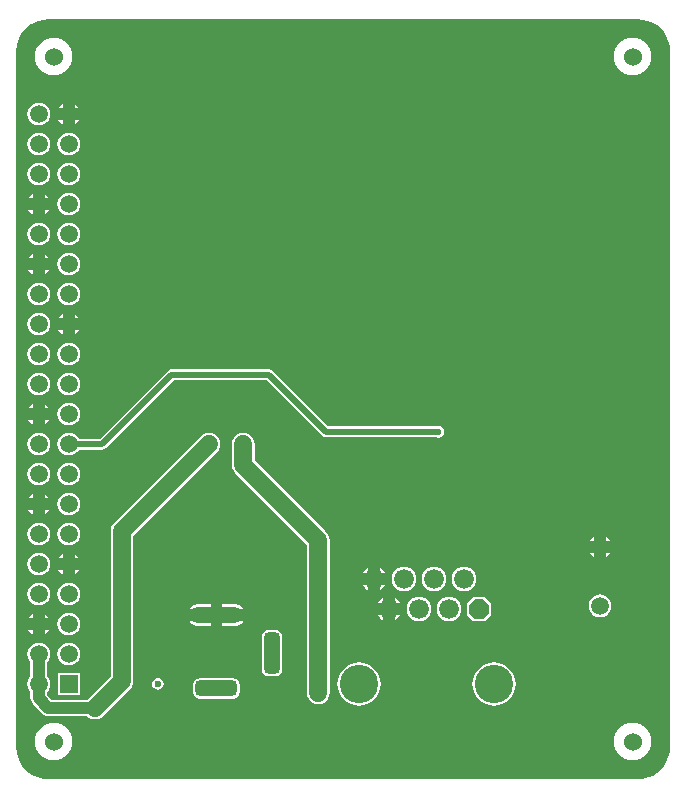
<source format=gbl>
G04 Layer_Physical_Order=2*
G04 Layer_Color=16776960*
%FSAX44Y44*%
%MOMM*%
G71*
G01*
G75*
%ADD17C,1.0000*%
%ADD18C,0.5080*%
%ADD19C,1.5000*%
%ADD20C,1.5240*%
%ADD21R,1.5000X1.5000*%
%ADD22C,1.5000*%
%ADD23C,3.2500*%
%ADD24P,1.8145X8X22.5*%
%ADD25C,1.6764*%
G04:AMPARAMS|DCode=26|XSize=3.5mm|YSize=1.3mm|CornerRadius=0.325mm|HoleSize=0mm|Usage=FLASHONLY|Rotation=270.000|XOffset=0mm|YOffset=0mm|HoleType=Round|Shape=RoundedRectangle|*
%AMROUNDEDRECTD26*
21,1,3.5000,0.6500,0,0,270.0*
21,1,2.8500,1.3000,0,0,270.0*
1,1,0.6500,-0.3250,-1.4250*
1,1,0.6500,-0.3250,1.4250*
1,1,0.6500,0.3250,1.4250*
1,1,0.6500,0.3250,-1.4250*
%
%ADD26ROUNDEDRECTD26*%
G04:AMPARAMS|DCode=27|XSize=3.5mm|YSize=1.3mm|CornerRadius=0.325mm|HoleSize=0mm|Usage=FLASHONLY|Rotation=180.000|XOffset=0mm|YOffset=0mm|HoleType=Round|Shape=RoundedRectangle|*
%AMROUNDEDRECTD27*
21,1,3.5000,0.6500,0,0,180.0*
21,1,2.8500,1.3000,0,0,180.0*
1,1,0.6500,-1.4250,0.3250*
1,1,0.6500,1.4250,0.3250*
1,1,0.6500,1.4250,-0.3250*
1,1,0.6500,-1.4250,-0.3250*
%
%ADD27ROUNDEDRECTD27*%
G04:AMPARAMS|DCode=28|XSize=4mm|YSize=1.3mm|CornerRadius=0.325mm|HoleSize=0mm|Usage=FLASHONLY|Rotation=180.000|XOffset=0mm|YOffset=0mm|HoleType=Round|Shape=RoundedRectangle|*
%AMROUNDEDRECTD28*
21,1,4.0000,0.6500,0,0,180.0*
21,1,3.3500,1.3000,0,0,180.0*
1,1,0.6500,-1.6750,0.3250*
1,1,0.6500,1.6750,0.3250*
1,1,0.6500,1.6750,-0.3250*
1,1,0.6500,-1.6750,-0.3250*
%
%ADD28ROUNDEDRECTD28*%
%ADD29C,0.6000*%
G36*
X00634174Y00846357D02*
X00638246Y00845379D01*
X00642115Y00843777D01*
X00645685Y00841589D01*
X00648869Y00838869D01*
X00651589Y00835685D01*
X00653777Y00832115D01*
X00655379Y00828246D01*
X00656357Y00824174D01*
X00656680Y00820070D01*
X00656666Y00820000D01*
Y00230000D01*
X00656680Y00229930D01*
X00656357Y00225826D01*
X00655379Y00221754D01*
X00653777Y00217885D01*
X00651589Y00214315D01*
X00648869Y00211131D01*
X00645685Y00208411D01*
X00642115Y00206223D01*
X00638246Y00204621D01*
X00634174Y00203643D01*
X00630070Y00203320D01*
X00630000Y00203334D01*
X00130000D01*
X00129930Y00203320D01*
X00125826Y00203643D01*
X00121754Y00204621D01*
X00117885Y00206223D01*
X00114315Y00208411D01*
X00111131Y00211131D01*
X00108411Y00214315D01*
X00106223Y00217885D01*
X00104621Y00221754D01*
X00103643Y00225826D01*
X00103320Y00229930D01*
X00103334Y00230000D01*
Y00820000D01*
X00103320Y00820070D01*
X00103643Y00824174D01*
X00104621Y00828246D01*
X00106223Y00832115D01*
X00108411Y00835685D01*
X00111131Y00838869D01*
X00114315Y00841589D01*
X00117885Y00843777D01*
X00121754Y00845379D01*
X00125826Y00846357D01*
X00129930Y00846680D01*
X00130000Y00846666D01*
X00630000D01*
X00630070Y00846680D01*
X00634174Y00846357D01*
D02*
G37*
%LPC*%
G36*
X00482280Y00383192D02*
X00479570Y00382835D01*
X00477044Y00381789D01*
X00474875Y00380125D01*
X00473211Y00377956D01*
X00472165Y00375430D01*
X00471808Y00372720D01*
X00472165Y00370010D01*
X00473211Y00367484D01*
X00474875Y00365316D01*
X00477044Y00363651D01*
X00479570Y00362605D01*
X00482280Y00362248D01*
X00484990Y00362605D01*
X00487516Y00363651D01*
X00489684Y00365316D01*
X00491349Y00367484D01*
X00492395Y00370010D01*
X00492752Y00372720D01*
X00492395Y00375430D01*
X00491349Y00377956D01*
X00489684Y00380125D01*
X00487516Y00381789D01*
X00484990Y00382835D01*
X00482280Y00383192D01*
D02*
G37*
G36*
X00456880D02*
X00454170Y00382835D01*
X00451644Y00381789D01*
X00449476Y00380125D01*
X00447811Y00377956D01*
X00446765Y00375430D01*
X00446408Y00372720D01*
X00446765Y00370010D01*
X00447811Y00367484D01*
X00449476Y00365316D01*
X00451644Y00363651D01*
X00454170Y00362605D01*
X00456880Y00362248D01*
X00459590Y00362605D01*
X00462116Y00363651D01*
X00464285Y00365316D01*
X00465949Y00367484D01*
X00466995Y00370010D01*
X00467352Y00372720D01*
X00466995Y00375430D01*
X00465949Y00377956D01*
X00464285Y00380125D01*
X00462116Y00381789D01*
X00459590Y00382835D01*
X00456880Y00383192D01*
D02*
G37*
G36*
X00431480D02*
X00428770Y00382835D01*
X00426244Y00381789D01*
X00424076Y00380125D01*
X00422411Y00377956D01*
X00421365Y00375430D01*
X00421008Y00372720D01*
X00421365Y00370010D01*
X00422411Y00367484D01*
X00424076Y00365316D01*
X00426244Y00363651D01*
X00428770Y00362605D01*
X00431480Y00362248D01*
X00434190Y00362605D01*
X00436716Y00363651D01*
X00438885Y00365316D01*
X00440549Y00367484D01*
X00441595Y00370010D01*
X00441952Y00372720D01*
X00441595Y00375430D01*
X00440549Y00377956D01*
X00438885Y00380125D01*
X00436716Y00381789D01*
X00434190Y00382835D01*
X00431480Y00383192D01*
D02*
G37*
G36*
X00122300Y00394882D02*
X00119820Y00394556D01*
X00117509Y00393598D01*
X00115525Y00392076D01*
X00114002Y00390091D01*
X00113045Y00387780D01*
X00112718Y00385300D01*
X00113045Y00382820D01*
X00114002Y00380509D01*
X00115525Y00378525D01*
X00117509Y00377002D01*
X00119820Y00376045D01*
X00122300Y00375718D01*
X00124780Y00376045D01*
X00127091Y00377002D01*
X00129075Y00378525D01*
X00130598Y00380509D01*
X00131556Y00382820D01*
X00131882Y00385300D01*
X00131556Y00387780D01*
X00130598Y00390091D01*
X00129075Y00392076D01*
X00127091Y00393598D01*
X00124780Y00394556D01*
X00122300Y00394882D01*
D02*
G37*
G36*
X00415831Y00367720D02*
X00411080D01*
Y00362969D01*
X00411588Y00363180D01*
X00413870Y00364930D01*
X00415620Y00367212D01*
X00415831Y00367720D01*
D02*
G37*
G36*
X00401080D02*
X00396329D01*
X00396540Y00367212D01*
X00398290Y00364930D01*
X00400572Y00363180D01*
X00401080Y00362969D01*
Y00367720D01*
D02*
G37*
G36*
X00122300Y00369482D02*
X00119820Y00369156D01*
X00117509Y00368198D01*
X00115525Y00366675D01*
X00114002Y00364691D01*
X00113045Y00362380D01*
X00112718Y00359900D01*
X00113045Y00357420D01*
X00114002Y00355109D01*
X00115525Y00353125D01*
X00117509Y00351602D01*
X00119820Y00350645D01*
X00122300Y00350318D01*
X00124780Y00350645D01*
X00127091Y00351602D01*
X00129075Y00353125D01*
X00130598Y00355109D01*
X00131556Y00357420D01*
X00131882Y00359900D01*
X00131556Y00362380D01*
X00130598Y00364691D01*
X00129075Y00366675D01*
X00127091Y00368198D01*
X00124780Y00369156D01*
X00122300Y00369482D01*
D02*
G37*
G36*
X00289470Y00351163D02*
X00277720D01*
Y00347010D01*
X00295025D01*
X00294924Y00347519D01*
X00293644Y00349434D01*
X00291729Y00350714D01*
X00289470Y00351163D01*
D02*
G37*
G36*
X00267720D02*
X00255970D01*
X00253711Y00350714D01*
X00251796Y00349434D01*
X00250516Y00347519D01*
X00250415Y00347010D01*
X00267720D01*
Y00351163D01*
D02*
G37*
G36*
X00423780Y00357071D02*
Y00352320D01*
X00428531D01*
X00428320Y00352828D01*
X00426570Y00355110D01*
X00424288Y00356860D01*
X00423780Y00357071D01*
D02*
G37*
G36*
X00413780D02*
X00413272Y00356860D01*
X00410990Y00355110D01*
X00409240Y00352828D01*
X00409029Y00352320D01*
X00413780D01*
Y00357071D01*
D02*
G37*
G36*
X00147700Y00369482D02*
X00145220Y00369156D01*
X00142909Y00368198D01*
X00140925Y00366675D01*
X00139402Y00364691D01*
X00138445Y00362380D01*
X00138118Y00359900D01*
X00138445Y00357420D01*
X00139402Y00355109D01*
X00140925Y00353125D01*
X00142909Y00351602D01*
X00145220Y00350645D01*
X00147700Y00350318D01*
X00150180Y00350645D01*
X00152491Y00351602D01*
X00154475Y00353125D01*
X00155998Y00355109D01*
X00156955Y00357420D01*
X00157282Y00359900D01*
X00156955Y00362380D01*
X00155998Y00364691D01*
X00154475Y00366675D01*
X00152491Y00368198D01*
X00150180Y00369156D01*
X00147700Y00369482D01*
D02*
G37*
G36*
X00122300Y00420282D02*
X00119820Y00419955D01*
X00117509Y00418998D01*
X00115525Y00417476D01*
X00114002Y00415491D01*
X00113045Y00413180D01*
X00112718Y00410700D01*
X00113045Y00408220D01*
X00114002Y00405909D01*
X00115525Y00403925D01*
X00117509Y00402402D01*
X00119820Y00401445D01*
X00122300Y00401118D01*
X00124780Y00401445D01*
X00127091Y00402402D01*
X00129075Y00403925D01*
X00130598Y00405909D01*
X00131556Y00408220D01*
X00131882Y00410700D01*
X00131556Y00413180D01*
X00130598Y00415491D01*
X00129075Y00417476D01*
X00127091Y00418998D01*
X00124780Y00419955D01*
X00122300Y00420282D01*
D02*
G37*
G36*
X00606296Y00395000D02*
X00602500D01*
Y00391204D01*
X00602563Y00391230D01*
X00604661Y00392839D01*
X00606270Y00394937D01*
X00606296Y00395000D01*
D02*
G37*
G36*
X00592500D02*
X00588704D01*
X00588730Y00394937D01*
X00590339Y00392839D01*
X00592437Y00391230D01*
X00592500Y00391204D01*
Y00395000D01*
D02*
G37*
G36*
X00602500Y00408796D02*
Y00405000D01*
X00606296D01*
X00606270Y00405063D01*
X00604661Y00407161D01*
X00602563Y00408770D01*
X00602500Y00408796D01*
D02*
G37*
G36*
X00592500D02*
X00592437Y00408770D01*
X00590339Y00407161D01*
X00588730Y00405063D01*
X00588704Y00405000D01*
X00592500D01*
Y00408796D01*
D02*
G37*
G36*
X00147700Y00420282D02*
X00145220Y00419955D01*
X00142909Y00418998D01*
X00140925Y00417476D01*
X00139402Y00415491D01*
X00138445Y00413180D01*
X00138118Y00410700D01*
X00138445Y00408220D01*
X00139402Y00405909D01*
X00140925Y00403925D01*
X00142909Y00402402D01*
X00145220Y00401445D01*
X00147700Y00401118D01*
X00150180Y00401445D01*
X00152491Y00402402D01*
X00154475Y00403925D01*
X00155998Y00405909D01*
X00156955Y00408220D01*
X00157282Y00410700D01*
X00156955Y00413180D01*
X00155998Y00415491D01*
X00154475Y00417476D01*
X00152491Y00418998D01*
X00150180Y00419955D01*
X00147700Y00420282D01*
D02*
G37*
G36*
X00401080Y00382471D02*
X00400572Y00382260D01*
X00398290Y00380510D01*
X00396540Y00378228D01*
X00396329Y00377720D01*
X00401080D01*
Y00382471D01*
D02*
G37*
G36*
X00156496Y00380300D02*
X00152700D01*
Y00376504D01*
X00152763Y00376530D01*
X00154861Y00378139D01*
X00156470Y00380237D01*
X00156496Y00380300D01*
D02*
G37*
G36*
X00142700D02*
X00138904D01*
X00138930Y00380237D01*
X00140539Y00378139D01*
X00142637Y00376530D01*
X00142700Y00376504D01*
Y00380300D01*
D02*
G37*
G36*
X00152700Y00394096D02*
Y00390300D01*
X00156496D01*
X00156470Y00390363D01*
X00154861Y00392461D01*
X00152763Y00394070D01*
X00152700Y00394096D01*
D02*
G37*
G36*
X00142700D02*
X00142637Y00394070D01*
X00140539Y00392461D01*
X00138930Y00390363D01*
X00138904Y00390300D01*
X00142700D01*
Y00394096D01*
D02*
G37*
G36*
X00411080Y00382471D02*
Y00377720D01*
X00415831D01*
X00415620Y00378228D01*
X00413870Y00380510D01*
X00411588Y00382260D01*
X00411080Y00382471D01*
D02*
G37*
G36*
X00223190Y00288918D02*
X00221239Y00288530D01*
X00219585Y00287425D01*
X00218480Y00285771D01*
X00218092Y00283820D01*
X00218480Y00281869D01*
X00219585Y00280215D01*
X00221239Y00279110D01*
X00223190Y00278722D01*
X00225141Y00279110D01*
X00226795Y00280215D01*
X00227900Y00281869D01*
X00228288Y00283820D01*
X00227900Y00285771D01*
X00226795Y00287425D01*
X00225141Y00288530D01*
X00223190Y00288918D01*
D02*
G37*
G36*
X00157200Y00293200D02*
X00138200D01*
Y00274200D01*
X00157200D01*
Y00293200D01*
D02*
G37*
G36*
X00286970Y00288613D02*
X00258470D01*
X00256422Y00288205D01*
X00254685Y00287045D01*
X00253525Y00285308D01*
X00253117Y00283260D01*
Y00276760D01*
X00253525Y00274712D01*
X00254685Y00272975D01*
X00256422Y00271815D01*
X00258470Y00271407D01*
X00286970D01*
X00289018Y00271815D01*
X00290755Y00272975D01*
X00291915Y00274712D01*
X00292323Y00276760D01*
Y00283260D01*
X00291915Y00285308D01*
X00290755Y00287045D01*
X00289018Y00288205D01*
X00286970Y00288613D01*
D02*
G37*
G36*
X00147700Y00344082D02*
X00145220Y00343755D01*
X00142909Y00342798D01*
X00140925Y00341275D01*
X00139402Y00339291D01*
X00138445Y00336980D01*
X00138118Y00334500D01*
X00138445Y00332020D01*
X00139402Y00329709D01*
X00140925Y00327725D01*
X00142909Y00326202D01*
X00145220Y00325245D01*
X00147700Y00324918D01*
X00150180Y00325245D01*
X00152491Y00326202D01*
X00154475Y00327725D01*
X00155998Y00329709D01*
X00156955Y00332020D01*
X00157282Y00334500D01*
X00156955Y00336980D01*
X00155998Y00339291D01*
X00154475Y00341275D01*
X00152491Y00342798D01*
X00150180Y00343755D01*
X00147700Y00344082D01*
D02*
G37*
G36*
Y00318682D02*
X00145220Y00318356D01*
X00142909Y00317398D01*
X00140925Y00315875D01*
X00139402Y00313891D01*
X00138445Y00311580D01*
X00138118Y00309100D01*
X00138445Y00306620D01*
X00139402Y00304309D01*
X00140925Y00302325D01*
X00142909Y00300802D01*
X00145220Y00299845D01*
X00147700Y00299518D01*
X00150180Y00299845D01*
X00152491Y00300802D01*
X00154475Y00302325D01*
X00155998Y00304309D01*
X00156955Y00306620D01*
X00157282Y00309100D01*
X00156955Y00311580D01*
X00155998Y00313891D01*
X00154475Y00315875D01*
X00152491Y00317398D01*
X00150180Y00318356D01*
X00147700Y00318682D01*
D02*
G37*
G36*
X00322970Y00329613D02*
X00316470D01*
X00314422Y00329205D01*
X00312685Y00328045D01*
X00311525Y00326308D01*
X00311117Y00324260D01*
Y00295760D01*
X00311525Y00293712D01*
X00312685Y00291975D01*
X00314422Y00290815D01*
X00316470Y00290407D01*
X00322970D01*
X00325019Y00290815D01*
X00326755Y00291975D01*
X00327915Y00293712D01*
X00328323Y00295760D01*
Y00324260D01*
X00327915Y00326308D01*
X00326755Y00328045D01*
X00325019Y00329205D01*
X00322970Y00329613D01*
D02*
G37*
G36*
X00393360Y00302158D02*
X00389782Y00301806D01*
X00386342Y00300762D01*
X00383172Y00299068D01*
X00380393Y00296787D01*
X00378112Y00294008D01*
X00376418Y00290838D01*
X00375374Y00287398D01*
X00375022Y00283820D01*
X00375374Y00280242D01*
X00376418Y00276802D01*
X00378112Y00273632D01*
X00380393Y00270853D01*
X00383172Y00268572D01*
X00386342Y00266878D01*
X00389782Y00265834D01*
X00393360Y00265482D01*
X00396938Y00265834D01*
X00400378Y00266878D01*
X00403548Y00268572D01*
X00406327Y00270853D01*
X00408608Y00273632D01*
X00410302Y00276802D01*
X00411346Y00280242D01*
X00411698Y00283820D01*
X00411346Y00287398D01*
X00410302Y00290838D01*
X00408608Y00294008D01*
X00406327Y00296787D01*
X00403548Y00299068D01*
X00400378Y00300762D01*
X00396938Y00301806D01*
X00393360Y00302158D01*
D02*
G37*
G36*
X00625000Y00250826D02*
X00621912Y00250522D01*
X00618944Y00249622D01*
X00616207Y00248159D01*
X00613809Y00246191D01*
X00611841Y00243793D01*
X00610378Y00241056D01*
X00609478Y00238088D01*
X00609174Y00235000D01*
X00609478Y00231912D01*
X00610378Y00228944D01*
X00611841Y00226207D01*
X00613809Y00223809D01*
X00616207Y00221841D01*
X00618944Y00220378D01*
X00621912Y00219478D01*
X00625000Y00219174D01*
X00628088Y00219478D01*
X00631056Y00220378D01*
X00633793Y00221841D01*
X00636191Y00223809D01*
X00638159Y00226207D01*
X00639622Y00228944D01*
X00640522Y00231912D01*
X00640826Y00235000D01*
X00640522Y00238088D01*
X00639622Y00241056D01*
X00638159Y00243793D01*
X00636191Y00246191D01*
X00633793Y00248159D01*
X00631056Y00249622D01*
X00628088Y00250522D01*
X00625000Y00250826D01*
D02*
G37*
G36*
X00135000D02*
X00131912Y00250522D01*
X00128944Y00249622D01*
X00126207Y00248159D01*
X00123809Y00246191D01*
X00121841Y00243793D01*
X00120379Y00241056D01*
X00119478Y00238088D01*
X00119174Y00235000D01*
X00119478Y00231912D01*
X00120379Y00228944D01*
X00121841Y00226207D01*
X00123809Y00223809D01*
X00126207Y00221841D01*
X00128944Y00220378D01*
X00131912Y00219478D01*
X00135000Y00219174D01*
X00138088Y00219478D01*
X00141056Y00220378D01*
X00143793Y00221841D01*
X00146191Y00223809D01*
X00148159Y00226207D01*
X00149621Y00228944D01*
X00150522Y00231912D01*
X00150826Y00235000D01*
X00150522Y00238088D01*
X00149621Y00241056D01*
X00148159Y00243793D01*
X00146191Y00246191D01*
X00143793Y00248159D01*
X00141056Y00249622D01*
X00138088Y00250522D01*
X00135000Y00250826D01*
D02*
G37*
G36*
X00266370Y00496602D02*
X00263890Y00496275D01*
X00261579Y00495318D01*
X00259594Y00493796D01*
X00185935Y00420135D01*
X00184412Y00418151D01*
X00183454Y00415840D01*
X00183128Y00413360D01*
Y00290329D01*
X00163360Y00270560D01*
X00133405D01*
X00129360Y00274604D01*
Y00277296D01*
X00130598Y00278909D01*
X00131556Y00281220D01*
X00131882Y00283700D01*
X00131556Y00286180D01*
X00130598Y00288491D01*
X00129360Y00290104D01*
Y00302696D01*
X00130598Y00304309D01*
X00131556Y00306620D01*
X00131882Y00309100D01*
X00131556Y00311580D01*
X00130598Y00313891D01*
X00129075Y00315875D01*
X00127091Y00317398D01*
X00124780Y00318356D01*
X00122300Y00318682D01*
X00119820Y00318356D01*
X00117509Y00317398D01*
X00115525Y00315875D01*
X00114002Y00313891D01*
X00113045Y00311580D01*
X00112718Y00309100D01*
X00113045Y00306620D01*
X00114002Y00304309D01*
X00115240Y00302696D01*
Y00290104D01*
X00114002Y00288491D01*
X00113045Y00286180D01*
X00112718Y00283700D01*
X00113045Y00281220D01*
X00114002Y00278909D01*
X00115240Y00277296D01*
Y00271680D01*
X00115480Y00269853D01*
X00116186Y00268150D01*
X00117308Y00266688D01*
X00125488Y00258508D01*
X00126950Y00257386D01*
X00128653Y00256680D01*
X00130480Y00256440D01*
X00163446D01*
X00165059Y00255202D01*
X00167370Y00254245D01*
X00169850Y00253918D01*
X00172330Y00254245D01*
X00174641Y00255202D01*
X00176625Y00256725D01*
X00199485Y00279585D01*
X00201008Y00281569D01*
X00201966Y00283880D01*
X00202292Y00286360D01*
Y00409391D01*
X00273146Y00480244D01*
X00274668Y00482229D01*
X00275625Y00484540D01*
X00275952Y00487020D01*
X00275625Y00489500D01*
X00274668Y00491811D01*
X00273146Y00493796D01*
X00271161Y00495318D01*
X00268850Y00496275D01*
X00266370Y00496602D01*
D02*
G37*
G36*
X00295580Y00496602D02*
X00293100Y00496275D01*
X00290789Y00495318D01*
X00288805Y00493796D01*
X00287282Y00491811D01*
X00286325Y00489500D01*
X00285998Y00487020D01*
Y00476860D01*
Y00469240D01*
X00286325Y00466760D01*
X00287282Y00464449D01*
X00288805Y00462465D01*
X00349498Y00401771D01*
Y00300330D01*
Y00288900D01*
Y00276200D01*
X00349824Y00273720D01*
X00350782Y00271409D01*
X00352305Y00269425D01*
X00354289Y00267902D01*
X00356600Y00266945D01*
X00359080Y00266618D01*
X00361560Y00266945D01*
X00363871Y00267902D01*
X00365855Y00269425D01*
X00367378Y00271409D01*
X00368335Y00273720D01*
X00368662Y00276200D01*
Y00288900D01*
Y00300330D01*
Y00405740D01*
X00368335Y00408220D01*
X00367378Y00410531D01*
X00365855Y00412515D01*
X00305162Y00473209D01*
Y00476860D01*
Y00487020D01*
X00304835Y00489500D01*
X00303878Y00491811D01*
X00302355Y00493796D01*
X00300371Y00495318D01*
X00298060Y00496275D01*
X00295580Y00496602D01*
D02*
G37*
G36*
X00507680Y00302158D02*
X00504102Y00301806D01*
X00500662Y00300762D01*
X00497492Y00299068D01*
X00494713Y00296787D01*
X00492432Y00294008D01*
X00490738Y00290838D01*
X00489694Y00287398D01*
X00489342Y00283820D01*
X00489694Y00280242D01*
X00490738Y00276802D01*
X00492432Y00273632D01*
X00494713Y00270853D01*
X00497492Y00268572D01*
X00500662Y00266878D01*
X00504102Y00265834D01*
X00507680Y00265482D01*
X00511258Y00265834D01*
X00514698Y00266878D01*
X00517868Y00268572D01*
X00520647Y00270853D01*
X00522928Y00273632D01*
X00524622Y00276802D01*
X00525666Y00280242D01*
X00526018Y00283820D01*
X00525666Y00287398D01*
X00524622Y00290838D01*
X00522928Y00294008D01*
X00520647Y00296787D01*
X00517868Y00299068D01*
X00514698Y00300762D01*
X00511258Y00301806D01*
X00507680Y00302158D01*
D02*
G37*
G36*
X00428531Y00342320D02*
X00423780D01*
Y00337569D01*
X00424288Y00337780D01*
X00426570Y00339530D01*
X00428320Y00341812D01*
X00428531Y00342320D01*
D02*
G37*
G36*
X00413780D02*
X00409029D01*
X00409240Y00341812D01*
X00410990Y00339530D01*
X00413272Y00337780D01*
X00413780Y00337569D01*
Y00342320D01*
D02*
G37*
G36*
X00500171Y00357702D02*
X00489789D01*
X00484598Y00352511D01*
Y00342129D01*
X00489789Y00336938D01*
X00500171D01*
X00505362Y00342129D01*
Y00352511D01*
X00500171Y00357702D01*
D02*
G37*
G36*
X00597500Y00359582D02*
X00595020Y00359255D01*
X00592709Y00358298D01*
X00590724Y00356776D01*
X00589202Y00354791D01*
X00588245Y00352480D01*
X00587918Y00350000D01*
X00588245Y00347520D01*
X00589202Y00345209D01*
X00590724Y00343225D01*
X00592709Y00341702D01*
X00595020Y00340745D01*
X00597500Y00340418D01*
X00599980Y00340745D01*
X00602291Y00341702D01*
X00604275Y00343225D01*
X00605798Y00345209D01*
X00606755Y00347520D01*
X00607082Y00350000D01*
X00606755Y00352480D01*
X00605798Y00354791D01*
X00604275Y00356776D01*
X00602291Y00358298D01*
X00599980Y00359255D01*
X00597500Y00359582D01*
D02*
G37*
G36*
X00127300Y00343296D02*
Y00339500D01*
X00131096D01*
X00131070Y00339563D01*
X00129461Y00341661D01*
X00127363Y00343270D01*
X00127300Y00343296D01*
D02*
G37*
G36*
X00117300D02*
X00117237Y00343270D01*
X00115139Y00341661D01*
X00113530Y00339563D01*
X00113504Y00339500D01*
X00117300D01*
Y00343296D01*
D02*
G37*
G36*
X00267720Y00337010D02*
X00250415D01*
X00250516Y00336501D01*
X00251796Y00334586D01*
X00253711Y00333306D01*
X00255970Y00332857D01*
X00267720D01*
Y00337010D01*
D02*
G37*
G36*
X00131096Y00329500D02*
X00127300D01*
Y00325704D01*
X00127363Y00325730D01*
X00129461Y00327339D01*
X00131070Y00329437D01*
X00131096Y00329500D01*
D02*
G37*
G36*
X00117300D02*
X00113504D01*
X00113530Y00329437D01*
X00115139Y00327339D01*
X00117237Y00325730D01*
X00117300Y00325704D01*
Y00329500D01*
D02*
G37*
G36*
X00469580Y00357792D02*
X00466870Y00357435D01*
X00464344Y00356389D01*
X00462175Y00354725D01*
X00460511Y00352556D01*
X00459465Y00350030D01*
X00459108Y00347320D01*
X00459465Y00344610D01*
X00460511Y00342084D01*
X00462175Y00339916D01*
X00464344Y00338251D01*
X00466870Y00337205D01*
X00469580Y00336848D01*
X00472290Y00337205D01*
X00474816Y00338251D01*
X00476984Y00339916D01*
X00478649Y00342084D01*
X00479695Y00344610D01*
X00480052Y00347320D01*
X00479695Y00350030D01*
X00478649Y00352556D01*
X00476984Y00354725D01*
X00474816Y00356389D01*
X00472290Y00357435D01*
X00469580Y00357792D01*
D02*
G37*
G36*
X00444180D02*
X00441470Y00357435D01*
X00438944Y00356389D01*
X00436776Y00354725D01*
X00435111Y00352556D01*
X00434065Y00350030D01*
X00433708Y00347320D01*
X00434065Y00344610D01*
X00435111Y00342084D01*
X00436776Y00339916D01*
X00438944Y00338251D01*
X00441470Y00337205D01*
X00444180Y00336848D01*
X00446890Y00337205D01*
X00449416Y00338251D01*
X00451585Y00339916D01*
X00453249Y00342084D01*
X00454295Y00344610D01*
X00454652Y00347320D01*
X00454295Y00350030D01*
X00453249Y00352556D01*
X00451585Y00354725D01*
X00449416Y00356389D01*
X00446890Y00357435D01*
X00444180Y00357792D01*
D02*
G37*
G36*
X00295025Y00337010D02*
X00277720D01*
Y00332857D01*
X00289470D01*
X00291729Y00333306D01*
X00293644Y00334586D01*
X00294924Y00336501D01*
X00295025Y00337010D01*
D02*
G37*
G36*
X00147700Y00699682D02*
X00145220Y00699355D01*
X00142909Y00698398D01*
X00140925Y00696876D01*
X00139402Y00694891D01*
X00138445Y00692580D01*
X00138118Y00690100D01*
X00138445Y00687620D01*
X00139402Y00685309D01*
X00140925Y00683325D01*
X00142909Y00681802D01*
X00145220Y00680845D01*
X00147700Y00680518D01*
X00150180Y00680845D01*
X00152491Y00681802D01*
X00154475Y00683325D01*
X00155998Y00685309D01*
X00156955Y00687620D01*
X00157282Y00690100D01*
X00156955Y00692580D01*
X00155998Y00694891D01*
X00154475Y00696876D01*
X00152491Y00698398D01*
X00150180Y00699355D01*
X00147700Y00699682D01*
D02*
G37*
G36*
Y00674282D02*
X00145220Y00673956D01*
X00142909Y00672998D01*
X00140925Y00671476D01*
X00139402Y00669491D01*
X00138445Y00667180D01*
X00138118Y00664700D01*
X00138445Y00662220D01*
X00139402Y00659909D01*
X00140925Y00657925D01*
X00142909Y00656402D01*
X00145220Y00655445D01*
X00147700Y00655118D01*
X00150180Y00655445D01*
X00152491Y00656402D01*
X00154475Y00657925D01*
X00155998Y00659909D01*
X00156955Y00662220D01*
X00157282Y00664700D01*
X00156955Y00667180D01*
X00155998Y00669491D01*
X00154475Y00671476D01*
X00152491Y00672998D01*
X00150180Y00673956D01*
X00147700Y00674282D01*
D02*
G37*
G36*
X00122300D02*
X00119820Y00673956D01*
X00117509Y00672998D01*
X00115525Y00671476D01*
X00114002Y00669491D01*
X00113045Y00667180D01*
X00112718Y00664700D01*
X00113045Y00662220D01*
X00114002Y00659909D01*
X00115525Y00657925D01*
X00117509Y00656402D01*
X00119820Y00655445D01*
X00122300Y00655118D01*
X00124780Y00655445D01*
X00127091Y00656402D01*
X00129075Y00657925D01*
X00130598Y00659909D01*
X00131556Y00662220D01*
X00131882Y00664700D01*
X00131556Y00667180D01*
X00130598Y00669491D01*
X00129075Y00671476D01*
X00127091Y00672998D01*
X00124780Y00673956D01*
X00122300Y00674282D01*
D02*
G37*
G36*
X00117300Y00698896D02*
X00117237Y00698870D01*
X00115139Y00697261D01*
X00113530Y00695163D01*
X00113504Y00695100D01*
X00117300D01*
Y00698896D01*
D02*
G37*
G36*
X00131096Y00685100D02*
X00127300D01*
Y00681304D01*
X00127363Y00681330D01*
X00129461Y00682939D01*
X00131070Y00685037D01*
X00131096Y00685100D01*
D02*
G37*
G36*
X00117300D02*
X00113504D01*
X00113530Y00685037D01*
X00115139Y00682939D01*
X00117237Y00681330D01*
X00117300Y00681304D01*
Y00685100D01*
D02*
G37*
G36*
Y00634300D02*
X00113504D01*
X00113530Y00634237D01*
X00115139Y00632139D01*
X00117237Y00630530D01*
X00117300Y00630504D01*
Y00634300D01*
D02*
G37*
G36*
X00147700Y00648882D02*
X00145220Y00648556D01*
X00142909Y00647598D01*
X00140925Y00646076D01*
X00139402Y00644091D01*
X00138445Y00641780D01*
X00138118Y00639300D01*
X00138445Y00636820D01*
X00139402Y00634509D01*
X00140925Y00632525D01*
X00142909Y00631002D01*
X00145220Y00630045D01*
X00147700Y00629718D01*
X00150180Y00630045D01*
X00152491Y00631002D01*
X00154475Y00632525D01*
X00155998Y00634509D01*
X00156955Y00636820D01*
X00157282Y00639300D01*
X00156955Y00641780D01*
X00155998Y00644091D01*
X00154475Y00646076D01*
X00152491Y00647598D01*
X00150180Y00648556D01*
X00147700Y00648882D01*
D02*
G37*
G36*
Y00623482D02*
X00145220Y00623156D01*
X00142909Y00622198D01*
X00140925Y00620676D01*
X00139402Y00618691D01*
X00138445Y00616380D01*
X00138118Y00613900D01*
X00138445Y00611420D01*
X00139402Y00609109D01*
X00140925Y00607125D01*
X00142909Y00605602D01*
X00145220Y00604645D01*
X00147700Y00604318D01*
X00150180Y00604645D01*
X00152491Y00605602D01*
X00154475Y00607125D01*
X00155998Y00609109D01*
X00156955Y00611420D01*
X00157282Y00613900D01*
X00156955Y00616380D01*
X00155998Y00618691D01*
X00154475Y00620676D01*
X00152491Y00622198D01*
X00150180Y00623156D01*
X00147700Y00623482D01*
D02*
G37*
G36*
X00127300Y00648096D02*
Y00644300D01*
X00131096D01*
X00131070Y00644363D01*
X00129461Y00646461D01*
X00127363Y00648070D01*
X00127300Y00648096D01*
D02*
G37*
G36*
X00117300D02*
X00117237Y00648070D01*
X00115139Y00646461D01*
X00113530Y00644363D01*
X00113504Y00644300D01*
X00117300D01*
Y00648096D01*
D02*
G37*
G36*
X00131096Y00634300D02*
X00127300D01*
Y00630504D01*
X00127363Y00630530D01*
X00129461Y00632139D01*
X00131070Y00634237D01*
X00131096Y00634300D01*
D02*
G37*
G36*
X00142700Y00775096D02*
X00142637Y00775070D01*
X00140539Y00773461D01*
X00138930Y00771363D01*
X00138904Y00771300D01*
X00142700D01*
Y00775096D01*
D02*
G37*
G36*
X00156496Y00761300D02*
X00152700D01*
Y00757504D01*
X00152763Y00757530D01*
X00154861Y00759139D01*
X00156470Y00761237D01*
X00156496Y00761300D01*
D02*
G37*
G36*
X00142700D02*
X00138904D01*
X00138930Y00761237D01*
X00140539Y00759139D01*
X00142637Y00757530D01*
X00142700Y00757504D01*
Y00761300D01*
D02*
G37*
G36*
X00625000Y00830826D02*
X00621912Y00830522D01*
X00618944Y00829622D01*
X00616207Y00828159D01*
X00613809Y00826191D01*
X00611841Y00823793D01*
X00610378Y00821056D01*
X00609478Y00818087D01*
X00609174Y00815000D01*
X00609478Y00811913D01*
X00610378Y00808944D01*
X00611841Y00806207D01*
X00613809Y00803809D01*
X00616207Y00801841D01*
X00618944Y00800378D01*
X00621912Y00799478D01*
X00625000Y00799174D01*
X00628088Y00799478D01*
X00631056Y00800378D01*
X00633793Y00801841D01*
X00636191Y00803809D01*
X00638159Y00806207D01*
X00639622Y00808944D01*
X00640522Y00811913D01*
X00640826Y00815000D01*
X00640522Y00818087D01*
X00639622Y00821056D01*
X00638159Y00823793D01*
X00636191Y00826191D01*
X00633793Y00828159D01*
X00631056Y00829622D01*
X00628088Y00830522D01*
X00625000Y00830826D01*
D02*
G37*
G36*
X00135000D02*
X00131912Y00830522D01*
X00128944Y00829622D01*
X00126207Y00828159D01*
X00123809Y00826191D01*
X00121841Y00823793D01*
X00120379Y00821056D01*
X00119478Y00818087D01*
X00119174Y00815000D01*
X00119478Y00811913D01*
X00120379Y00808944D01*
X00121841Y00806207D01*
X00123809Y00803809D01*
X00126207Y00801841D01*
X00128944Y00800378D01*
X00131912Y00799478D01*
X00135000Y00799174D01*
X00138088Y00799478D01*
X00141056Y00800378D01*
X00143793Y00801841D01*
X00146191Y00803809D01*
X00148159Y00806207D01*
X00149621Y00808944D01*
X00150522Y00811913D01*
X00150826Y00815000D01*
X00150522Y00818087D01*
X00149621Y00821056D01*
X00148159Y00823793D01*
X00146191Y00826191D01*
X00143793Y00828159D01*
X00141056Y00829622D01*
X00138088Y00830522D01*
X00135000Y00830826D01*
D02*
G37*
G36*
X00152700Y00775096D02*
Y00771300D01*
X00156496D01*
X00156470Y00771363D01*
X00154861Y00773461D01*
X00152763Y00775070D01*
X00152700Y00775096D01*
D02*
G37*
G36*
X00147700Y00725082D02*
X00145220Y00724755D01*
X00142909Y00723798D01*
X00140925Y00722275D01*
X00139402Y00720291D01*
X00138445Y00717980D01*
X00138118Y00715500D01*
X00138445Y00713020D01*
X00139402Y00710709D01*
X00140925Y00708725D01*
X00142909Y00707202D01*
X00145220Y00706245D01*
X00147700Y00705918D01*
X00150180Y00706245D01*
X00152491Y00707202D01*
X00154475Y00708725D01*
X00155998Y00710709D01*
X00156955Y00713020D01*
X00157282Y00715500D01*
X00156955Y00717980D01*
X00155998Y00720291D01*
X00154475Y00722275D01*
X00152491Y00723798D01*
X00150180Y00724755D01*
X00147700Y00725082D01*
D02*
G37*
G36*
X00122300D02*
X00119820Y00724755D01*
X00117509Y00723798D01*
X00115525Y00722275D01*
X00114002Y00720291D01*
X00113045Y00717980D01*
X00112718Y00715500D01*
X00113045Y00713020D01*
X00114002Y00710709D01*
X00115525Y00708725D01*
X00117509Y00707202D01*
X00119820Y00706245D01*
X00122300Y00705918D01*
X00124780Y00706245D01*
X00127091Y00707202D01*
X00129075Y00708725D01*
X00130598Y00710709D01*
X00131556Y00713020D01*
X00131882Y00715500D01*
X00131556Y00717980D01*
X00130598Y00720291D01*
X00129075Y00722275D01*
X00127091Y00723798D01*
X00124780Y00724755D01*
X00122300Y00725082D01*
D02*
G37*
G36*
X00127300Y00698896D02*
Y00695100D01*
X00131096D01*
X00131070Y00695163D01*
X00129461Y00697261D01*
X00127363Y00698870D01*
X00127300Y00698896D01*
D02*
G37*
G36*
X00122300Y00775882D02*
X00119820Y00775555D01*
X00117509Y00774598D01*
X00115525Y00773075D01*
X00114002Y00771091D01*
X00113045Y00768780D01*
X00112718Y00766300D01*
X00113045Y00763820D01*
X00114002Y00761509D01*
X00115525Y00759525D01*
X00117509Y00758002D01*
X00119820Y00757045D01*
X00122300Y00756718D01*
X00124780Y00757045D01*
X00127091Y00758002D01*
X00129075Y00759525D01*
X00130598Y00761509D01*
X00131556Y00763820D01*
X00131882Y00766300D01*
X00131556Y00768780D01*
X00130598Y00771091D01*
X00129075Y00773075D01*
X00127091Y00774598D01*
X00124780Y00775555D01*
X00122300Y00775882D01*
D02*
G37*
G36*
X00147700Y00750482D02*
X00145220Y00750155D01*
X00142909Y00749198D01*
X00140925Y00747675D01*
X00139402Y00745691D01*
X00138445Y00743380D01*
X00138118Y00740900D01*
X00138445Y00738420D01*
X00139402Y00736109D01*
X00140925Y00734125D01*
X00142909Y00732602D01*
X00145220Y00731645D01*
X00147700Y00731318D01*
X00150180Y00731645D01*
X00152491Y00732602D01*
X00154475Y00734125D01*
X00155998Y00736109D01*
X00156955Y00738420D01*
X00157282Y00740900D01*
X00156955Y00743380D01*
X00155998Y00745691D01*
X00154475Y00747675D01*
X00152491Y00749198D01*
X00150180Y00750155D01*
X00147700Y00750482D01*
D02*
G37*
G36*
X00122300D02*
X00119820Y00750155D01*
X00117509Y00749198D01*
X00115525Y00747675D01*
X00114002Y00745691D01*
X00113045Y00743380D01*
X00112718Y00740900D01*
X00113045Y00738420D01*
X00114002Y00736109D01*
X00115525Y00734125D01*
X00117509Y00732602D01*
X00119820Y00731645D01*
X00122300Y00731318D01*
X00124780Y00731645D01*
X00127091Y00732602D01*
X00129075Y00734125D01*
X00130598Y00736109D01*
X00131556Y00738420D01*
X00131882Y00740900D01*
X00131556Y00743380D01*
X00130598Y00745691D01*
X00129075Y00747675D01*
X00127091Y00749198D01*
X00124780Y00750155D01*
X00122300Y00750482D01*
D02*
G37*
G36*
X00147700Y00521882D02*
X00145220Y00521555D01*
X00142909Y00520598D01*
X00140925Y00519076D01*
X00139402Y00517091D01*
X00138445Y00514780D01*
X00138118Y00512300D01*
X00138445Y00509820D01*
X00139402Y00507509D01*
X00140925Y00505525D01*
X00142909Y00504002D01*
X00145220Y00503045D01*
X00147700Y00502718D01*
X00150180Y00503045D01*
X00152491Y00504002D01*
X00154475Y00505525D01*
X00155998Y00507509D01*
X00156955Y00509820D01*
X00157282Y00512300D01*
X00156955Y00514780D01*
X00155998Y00517091D01*
X00154475Y00519076D01*
X00152491Y00520598D01*
X00150180Y00521555D01*
X00147700Y00521882D01*
D02*
G37*
G36*
X00122300Y00496482D02*
X00119820Y00496156D01*
X00117509Y00495198D01*
X00115525Y00493675D01*
X00114002Y00491691D01*
X00113045Y00489380D01*
X00112718Y00486900D01*
X00113045Y00484420D01*
X00114002Y00482109D01*
X00115525Y00480125D01*
X00117509Y00478602D01*
X00119820Y00477645D01*
X00122300Y00477318D01*
X00124780Y00477645D01*
X00127091Y00478602D01*
X00129075Y00480125D01*
X00130598Y00482109D01*
X00131556Y00484420D01*
X00131882Y00486900D01*
X00131556Y00489380D01*
X00130598Y00491691D01*
X00129075Y00493675D01*
X00127091Y00495198D01*
X00124780Y00496156D01*
X00122300Y00496482D01*
D02*
G37*
G36*
X00147700Y00471082D02*
X00145220Y00470756D01*
X00142909Y00469798D01*
X00140925Y00468275D01*
X00139402Y00466291D01*
X00138445Y00463980D01*
X00138118Y00461500D01*
X00138445Y00459020D01*
X00139402Y00456709D01*
X00140925Y00454725D01*
X00142909Y00453202D01*
X00145220Y00452245D01*
X00147700Y00451918D01*
X00150180Y00452245D01*
X00152491Y00453202D01*
X00154475Y00454725D01*
X00155998Y00456709D01*
X00156955Y00459020D01*
X00157282Y00461500D01*
X00156955Y00463980D01*
X00155998Y00466291D01*
X00154475Y00468275D01*
X00152491Y00469798D01*
X00150180Y00470756D01*
X00147700Y00471082D01*
D02*
G37*
G36*
X00117300Y00521096D02*
X00117237Y00521070D01*
X00115139Y00519461D01*
X00113530Y00517363D01*
X00113504Y00517300D01*
X00117300D01*
Y00521096D01*
D02*
G37*
G36*
X00131096Y00507300D02*
X00127300D01*
Y00503504D01*
X00127363Y00503530D01*
X00129461Y00505139D01*
X00131070Y00507237D01*
X00131096Y00507300D01*
D02*
G37*
G36*
X00117300D02*
X00113504D01*
X00113530Y00507237D01*
X00115139Y00505139D01*
X00117237Y00503530D01*
X00117300Y00503504D01*
Y00507300D01*
D02*
G37*
G36*
X00131096Y00431100D02*
X00127300D01*
Y00427304D01*
X00127363Y00427330D01*
X00129461Y00428939D01*
X00131070Y00431037D01*
X00131096Y00431100D01*
D02*
G37*
G36*
X00117300D02*
X00113504D01*
X00113530Y00431037D01*
X00115139Y00428939D01*
X00117237Y00427330D01*
X00117300Y00427304D01*
Y00431100D01*
D02*
G37*
G36*
X00147700Y00445682D02*
X00145220Y00445355D01*
X00142909Y00444398D01*
X00140925Y00442876D01*
X00139402Y00440891D01*
X00138445Y00438580D01*
X00138118Y00436100D01*
X00138445Y00433620D01*
X00139402Y00431309D01*
X00140925Y00429325D01*
X00142909Y00427802D01*
X00145220Y00426845D01*
X00147700Y00426518D01*
X00150180Y00426845D01*
X00152491Y00427802D01*
X00154475Y00429325D01*
X00155998Y00431309D01*
X00156955Y00433620D01*
X00157282Y00436100D01*
X00156955Y00438580D01*
X00155998Y00440891D01*
X00154475Y00442876D01*
X00152491Y00444398D01*
X00150180Y00445355D01*
X00147700Y00445682D01*
D02*
G37*
G36*
X00122300Y00471082D02*
X00119820Y00470756D01*
X00117509Y00469798D01*
X00115525Y00468275D01*
X00114002Y00466291D01*
X00113045Y00463980D01*
X00112718Y00461500D01*
X00113045Y00459020D01*
X00114002Y00456709D01*
X00115525Y00454725D01*
X00117509Y00453202D01*
X00119820Y00452245D01*
X00122300Y00451918D01*
X00124780Y00452245D01*
X00127091Y00453202D01*
X00129075Y00454725D01*
X00130598Y00456709D01*
X00131556Y00459020D01*
X00131882Y00461500D01*
X00131556Y00463980D01*
X00130598Y00466291D01*
X00129075Y00468275D01*
X00127091Y00469798D01*
X00124780Y00470756D01*
X00122300Y00471082D01*
D02*
G37*
G36*
X00127300Y00444896D02*
Y00441100D01*
X00131096D01*
X00131070Y00441163D01*
X00129461Y00443261D01*
X00127363Y00444870D01*
X00127300Y00444896D01*
D02*
G37*
G36*
X00117300D02*
X00117237Y00444870D01*
X00115139Y00443261D01*
X00113530Y00441163D01*
X00113504Y00441100D01*
X00117300D01*
Y00444896D01*
D02*
G37*
G36*
X00156496Y00583500D02*
X00152700D01*
Y00579704D01*
X00152763Y00579730D01*
X00154861Y00581339D01*
X00156470Y00583437D01*
X00156496Y00583500D01*
D02*
G37*
G36*
X00142700D02*
X00138904D01*
X00138930Y00583437D01*
X00140539Y00581339D01*
X00142637Y00579730D01*
X00142700Y00579704D01*
Y00583500D01*
D02*
G37*
G36*
X00122300Y00598082D02*
X00119820Y00597756D01*
X00117509Y00596798D01*
X00115525Y00595275D01*
X00114002Y00593291D01*
X00113045Y00590980D01*
X00112718Y00588500D01*
X00113045Y00586020D01*
X00114002Y00583709D01*
X00115525Y00581725D01*
X00117509Y00580202D01*
X00119820Y00579245D01*
X00122300Y00578918D01*
X00124780Y00579245D01*
X00127091Y00580202D01*
X00129075Y00581725D01*
X00130598Y00583709D01*
X00131556Y00586020D01*
X00131882Y00588500D01*
X00131556Y00590980D01*
X00130598Y00593291D01*
X00129075Y00595275D01*
X00127091Y00596798D01*
X00124780Y00597756D01*
X00122300Y00598082D01*
D02*
G37*
G36*
Y00623482D02*
X00119820Y00623156D01*
X00117509Y00622198D01*
X00115525Y00620676D01*
X00114002Y00618691D01*
X00113045Y00616380D01*
X00112718Y00613900D01*
X00113045Y00611420D01*
X00114002Y00609109D01*
X00115525Y00607125D01*
X00117509Y00605602D01*
X00119820Y00604645D01*
X00122300Y00604318D01*
X00124780Y00604645D01*
X00127091Y00605602D01*
X00129075Y00607125D01*
X00130598Y00609109D01*
X00131556Y00611420D01*
X00131882Y00613900D01*
X00131556Y00616380D01*
X00130598Y00618691D01*
X00129075Y00620676D01*
X00127091Y00622198D01*
X00124780Y00623156D01*
X00122300Y00623482D01*
D02*
G37*
G36*
X00152700Y00597296D02*
Y00593500D01*
X00156496D01*
X00156470Y00593563D01*
X00154861Y00595661D01*
X00152763Y00597270D01*
X00152700Y00597296D01*
D02*
G37*
G36*
X00142700D02*
X00142637Y00597270D01*
X00140539Y00595661D01*
X00138930Y00593563D01*
X00138904Y00593500D01*
X00142700D01*
Y00597296D01*
D02*
G37*
G36*
X00147700Y00547282D02*
X00145220Y00546955D01*
X00142909Y00545998D01*
X00140925Y00544476D01*
X00139402Y00542491D01*
X00138445Y00540180D01*
X00138118Y00537700D01*
X00138445Y00535220D01*
X00139402Y00532909D01*
X00140925Y00530925D01*
X00142909Y00529402D01*
X00145220Y00528445D01*
X00147700Y00528118D01*
X00150180Y00528445D01*
X00152491Y00529402D01*
X00154475Y00530925D01*
X00155998Y00532909D01*
X00156955Y00535220D01*
X00157282Y00537700D01*
X00156955Y00540180D01*
X00155998Y00542491D01*
X00154475Y00544476D01*
X00152491Y00545998D01*
X00150180Y00546955D01*
X00147700Y00547282D01*
D02*
G37*
G36*
X00122300D02*
X00119820Y00546955D01*
X00117509Y00545998D01*
X00115525Y00544476D01*
X00114002Y00542491D01*
X00113045Y00540180D01*
X00112718Y00537700D01*
X00113045Y00535220D01*
X00114002Y00532909D01*
X00115525Y00530925D01*
X00117509Y00529402D01*
X00119820Y00528445D01*
X00122300Y00528118D01*
X00124780Y00528445D01*
X00127091Y00529402D01*
X00129075Y00530925D01*
X00130598Y00532909D01*
X00131556Y00535220D01*
X00131882Y00537700D01*
X00131556Y00540180D01*
X00130598Y00542491D01*
X00129075Y00544476D01*
X00127091Y00545998D01*
X00124780Y00546955D01*
X00122300Y00547282D01*
D02*
G37*
G36*
X00127300Y00521096D02*
Y00517300D01*
X00131096D01*
X00131070Y00517363D01*
X00129461Y00519461D01*
X00127363Y00521070D01*
X00127300Y00521096D01*
D02*
G37*
G36*
X00147700Y00572682D02*
X00145220Y00572355D01*
X00142909Y00571398D01*
X00140925Y00569875D01*
X00139402Y00567891D01*
X00138445Y00565580D01*
X00138118Y00563100D01*
X00138445Y00560620D01*
X00139402Y00558309D01*
X00140925Y00556325D01*
X00142909Y00554802D01*
X00145220Y00553845D01*
X00147700Y00553518D01*
X00150180Y00553845D01*
X00152491Y00554802D01*
X00154475Y00556325D01*
X00155998Y00558309D01*
X00156955Y00560620D01*
X00157282Y00563100D01*
X00156955Y00565580D01*
X00155998Y00567891D01*
X00154475Y00569875D01*
X00152491Y00571398D01*
X00150180Y00572355D01*
X00147700Y00572682D01*
D02*
G37*
G36*
X00122300D02*
X00119820Y00572355D01*
X00117509Y00571398D01*
X00115525Y00569875D01*
X00114002Y00567891D01*
X00113045Y00565580D01*
X00112718Y00563100D01*
X00113045Y00560620D01*
X00114002Y00558309D01*
X00115525Y00556325D01*
X00117509Y00554802D01*
X00119820Y00553845D01*
X00122300Y00553518D01*
X00124780Y00553845D01*
X00127091Y00554802D01*
X00129075Y00556325D01*
X00130598Y00558309D01*
X00131556Y00560620D01*
X00131882Y00563100D01*
X00131556Y00565580D01*
X00130598Y00567891D01*
X00129075Y00569875D01*
X00127091Y00571398D01*
X00124780Y00572355D01*
X00122300Y00572682D01*
D02*
G37*
G36*
X00317170Y00550069D02*
X00317170Y00550069D01*
X00234620D01*
X00234620Y00550069D01*
X00232849Y00549717D01*
X00231347Y00548713D01*
X00174163Y00491529D01*
X00156065D01*
X00155998Y00491691D01*
X00154475Y00493675D01*
X00152491Y00495198D01*
X00150180Y00496156D01*
X00147700Y00496482D01*
X00145220Y00496156D01*
X00142909Y00495198D01*
X00140925Y00493675D01*
X00139402Y00491691D01*
X00138445Y00489380D01*
X00138118Y00486900D01*
X00138445Y00484420D01*
X00139402Y00482109D01*
X00140925Y00480125D01*
X00142909Y00478602D01*
X00145220Y00477645D01*
X00147700Y00477318D01*
X00150180Y00477645D01*
X00152491Y00478602D01*
X00154475Y00480125D01*
X00155998Y00482109D01*
X00156065Y00482271D01*
X00176080D01*
X00176080Y00482271D01*
X00177851Y00482623D01*
X00179353Y00483627D01*
X00236537Y00540811D01*
X00315253D01*
X00362157Y00493907D01*
X00362157Y00493907D01*
X00363659Y00492903D01*
X00365430Y00492551D01*
X00365430Y00492551D01*
X00458608D01*
X00458729Y00492470D01*
X00460680Y00492082D01*
X00462631Y00492470D01*
X00464285Y00493575D01*
X00465390Y00495229D01*
X00465778Y00497180D01*
X00465390Y00499131D01*
X00464285Y00500785D01*
X00462631Y00501890D01*
X00460680Y00502278D01*
X00458729Y00501890D01*
X00458608Y00501809D01*
X00367347D01*
X00320443Y00548713D01*
X00318941Y00549717D01*
X00317170Y00550069D01*
D02*
G37*
%LPD*%
D17*
X00122300Y00283700D02*
Y00309100D01*
Y00271680D02*
Y00283700D01*
Y00271680D02*
X00130480Y00263500D01*
X00169850D01*
D18*
X00365430Y00497180D02*
X00460680D01*
X00317170Y00545440D02*
X00365430Y00497180D01*
X00234620Y00545440D02*
X00317170D01*
X00176080Y00486900D02*
X00234620Y00545440D01*
X00147700Y00486900D02*
X00176080D01*
D19*
X00169850Y00263500D02*
X00192710Y00286360D01*
Y00413360D01*
X00266370Y00487020D01*
X00359080Y00276200D02*
Y00288900D01*
Y00300330D01*
Y00405740D01*
X00295580Y00469240D02*
Y00476860D01*
Y00487020D01*
Y00469240D02*
X00359080Y00405740D01*
D20*
X00135000Y00815000D02*
D03*
X00625000D02*
D03*
X00135000Y00235000D02*
D03*
X00625000D02*
D03*
D21*
X00147700Y00283700D02*
D03*
D22*
Y00309100D02*
D03*
Y00334500D02*
D03*
Y00359900D02*
D03*
Y00385300D02*
D03*
Y00410700D02*
D03*
Y00436100D02*
D03*
Y00461500D02*
D03*
Y00486900D02*
D03*
Y00512300D02*
D03*
X00122300Y00283700D02*
D03*
Y00309100D02*
D03*
Y00334500D02*
D03*
Y00359900D02*
D03*
Y00385300D02*
D03*
Y00410700D02*
D03*
Y00436100D02*
D03*
Y00461500D02*
D03*
Y00486900D02*
D03*
Y00512300D02*
D03*
Y00740900D02*
D03*
Y00715500D02*
D03*
Y00690100D02*
D03*
Y00664700D02*
D03*
Y00639300D02*
D03*
Y00613900D02*
D03*
Y00588500D02*
D03*
Y00563100D02*
D03*
Y00537700D02*
D03*
X00147700Y00740900D02*
D03*
Y00715500D02*
D03*
Y00690100D02*
D03*
Y00664700D02*
D03*
Y00639300D02*
D03*
Y00613900D02*
D03*
Y00588500D02*
D03*
Y00563100D02*
D03*
Y00537700D02*
D03*
Y00766300D02*
D03*
X00122300D02*
D03*
X00597500Y00350000D02*
D03*
Y00400000D02*
D03*
D23*
X00507680Y00283820D02*
D03*
X00393360D02*
D03*
D24*
X00494980Y00347320D02*
D03*
D25*
X00482280Y00372720D02*
D03*
X00469580Y00347320D02*
D03*
X00456880Y00372720D02*
D03*
X00444180Y00347320D02*
D03*
X00431480Y00372720D02*
D03*
X00418780Y00347320D02*
D03*
X00406080Y00372720D02*
D03*
D26*
X00319720Y00310010D02*
D03*
D27*
X00272720Y00280010D02*
D03*
D28*
Y00342010D02*
D03*
D29*
X00257480Y00476860D02*
D03*
X00265100Y00485750D02*
D03*
X00249860Y00467970D02*
D03*
X00359080Y00300330D02*
D03*
Y00288900D02*
D03*
Y00276200D02*
D03*
X00295580Y00487020D02*
D03*
Y00476860D02*
D03*
Y00466700D02*
D03*
X00223190Y00283820D02*
D03*
X00460680Y00497180D02*
D03*
X00450520Y00422250D02*
D03*
X00533070Y00408280D02*
D03*
Y00483210D02*
D03*
X00230810Y00511150D02*
D03*
X00256210D02*
D03*
X00244780Y00488290D02*
D03*
X00369240Y00532740D02*
D03*
X00420040Y00534010D02*
D03*
X00469570D02*
D03*
X00517830Y00532740D02*
D03*
M02*

</source>
